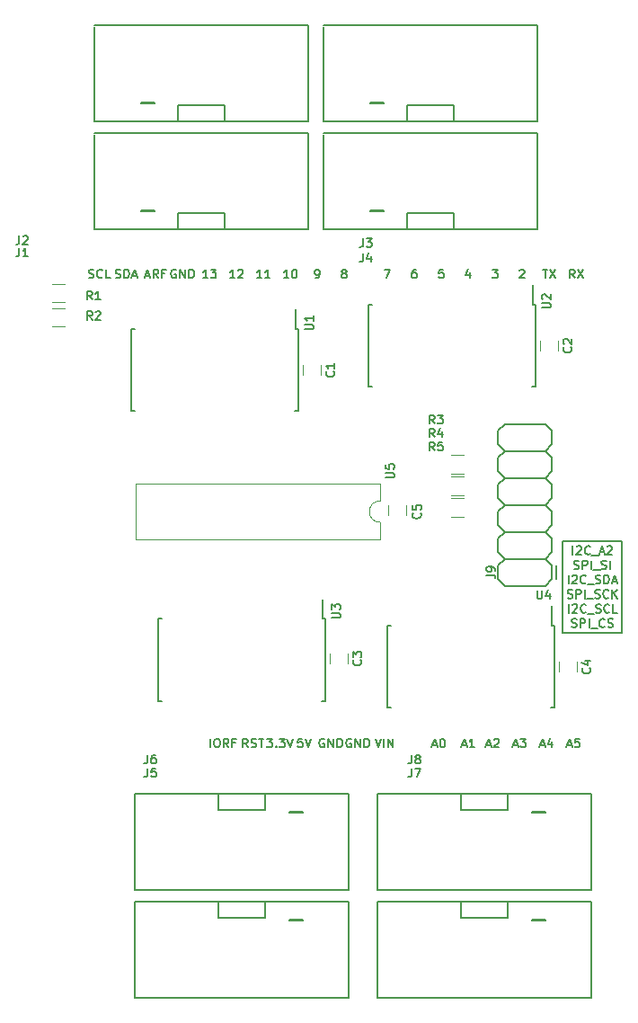
<source format=gto>
G04 #@! TF.FileFunction,Legend,Top*
%FSLAX46Y46*%
G04 Gerber Fmt 4.6, Leading zero omitted, Abs format (unit mm)*
G04 Created by KiCad (PCBNEW 4.0.7) date 04/09/18 16:23:24*
%MOMM*%
%LPD*%
G01*
G04 APERTURE LIST*
%ADD10C,0.100000*%
%ADD11C,0.200000*%
%ADD12C,0.152400*%
%ADD13C,0.120000*%
%ADD14C,0.203200*%
%ADD15C,0.150000*%
G04 APERTURE END LIST*
D10*
D11*
X157734000Y-124714000D02*
X152146000Y-124714000D01*
X157734000Y-133350000D02*
X157734000Y-124714000D01*
X152146000Y-133350000D02*
X157734000Y-133350000D01*
X152146000Y-124714000D02*
X152146000Y-133350000D01*
D12*
X153101524Y-125970695D02*
X153101524Y-125157895D01*
X153449867Y-125235305D02*
X153488572Y-125196600D01*
X153565981Y-125157895D01*
X153759505Y-125157895D01*
X153836915Y-125196600D01*
X153875619Y-125235305D01*
X153914324Y-125312714D01*
X153914324Y-125390124D01*
X153875619Y-125506238D01*
X153411162Y-125970695D01*
X153914324Y-125970695D01*
X154727124Y-125893286D02*
X154688419Y-125931990D01*
X154572305Y-125970695D01*
X154494895Y-125970695D01*
X154378781Y-125931990D01*
X154301372Y-125854581D01*
X154262667Y-125777171D01*
X154223962Y-125622352D01*
X154223962Y-125506238D01*
X154262667Y-125351419D01*
X154301372Y-125274010D01*
X154378781Y-125196600D01*
X154494895Y-125157895D01*
X154572305Y-125157895D01*
X154688419Y-125196600D01*
X154727124Y-125235305D01*
X154881943Y-126048105D02*
X155501219Y-126048105D01*
X155656038Y-125738467D02*
X156043086Y-125738467D01*
X155578629Y-125970695D02*
X155849562Y-125157895D01*
X156120495Y-125970695D01*
X156352724Y-125235305D02*
X156391429Y-125196600D01*
X156468838Y-125157895D01*
X156662362Y-125157895D01*
X156739772Y-125196600D01*
X156778476Y-125235305D01*
X156817181Y-125312714D01*
X156817181Y-125390124D01*
X156778476Y-125506238D01*
X156314019Y-125970695D01*
X156817181Y-125970695D01*
X153217638Y-127303590D02*
X153333752Y-127342295D01*
X153527276Y-127342295D01*
X153604686Y-127303590D01*
X153643390Y-127264886D01*
X153682095Y-127187476D01*
X153682095Y-127110067D01*
X153643390Y-127032657D01*
X153604686Y-126993952D01*
X153527276Y-126955248D01*
X153372457Y-126916543D01*
X153295048Y-126877838D01*
X153256343Y-126839133D01*
X153217638Y-126761724D01*
X153217638Y-126684314D01*
X153256343Y-126606905D01*
X153295048Y-126568200D01*
X153372457Y-126529495D01*
X153565981Y-126529495D01*
X153682095Y-126568200D01*
X154030438Y-127342295D02*
X154030438Y-126529495D01*
X154340076Y-126529495D01*
X154417485Y-126568200D01*
X154456190Y-126606905D01*
X154494895Y-126684314D01*
X154494895Y-126800429D01*
X154456190Y-126877838D01*
X154417485Y-126916543D01*
X154340076Y-126955248D01*
X154030438Y-126955248D01*
X154843238Y-127342295D02*
X154843238Y-126529495D01*
X155036762Y-127419705D02*
X155656038Y-127419705D01*
X155810857Y-127303590D02*
X155926971Y-127342295D01*
X156120495Y-127342295D01*
X156197905Y-127303590D01*
X156236609Y-127264886D01*
X156275314Y-127187476D01*
X156275314Y-127110067D01*
X156236609Y-127032657D01*
X156197905Y-126993952D01*
X156120495Y-126955248D01*
X155965676Y-126916543D01*
X155888267Y-126877838D01*
X155849562Y-126839133D01*
X155810857Y-126761724D01*
X155810857Y-126684314D01*
X155849562Y-126606905D01*
X155888267Y-126568200D01*
X155965676Y-126529495D01*
X156159200Y-126529495D01*
X156275314Y-126568200D01*
X156623657Y-127342295D02*
X156623657Y-126529495D01*
X152695124Y-128713895D02*
X152695124Y-127901095D01*
X153043467Y-127978505D02*
X153082172Y-127939800D01*
X153159581Y-127901095D01*
X153353105Y-127901095D01*
X153430515Y-127939800D01*
X153469219Y-127978505D01*
X153507924Y-128055914D01*
X153507924Y-128133324D01*
X153469219Y-128249438D01*
X153004762Y-128713895D01*
X153507924Y-128713895D01*
X154320724Y-128636486D02*
X154282019Y-128675190D01*
X154165905Y-128713895D01*
X154088495Y-128713895D01*
X153972381Y-128675190D01*
X153894972Y-128597781D01*
X153856267Y-128520371D01*
X153817562Y-128365552D01*
X153817562Y-128249438D01*
X153856267Y-128094619D01*
X153894972Y-128017210D01*
X153972381Y-127939800D01*
X154088495Y-127901095D01*
X154165905Y-127901095D01*
X154282019Y-127939800D01*
X154320724Y-127978505D01*
X154475543Y-128791305D02*
X155094819Y-128791305D01*
X155249638Y-128675190D02*
X155365752Y-128713895D01*
X155559276Y-128713895D01*
X155636686Y-128675190D01*
X155675390Y-128636486D01*
X155714095Y-128559076D01*
X155714095Y-128481667D01*
X155675390Y-128404257D01*
X155636686Y-128365552D01*
X155559276Y-128326848D01*
X155404457Y-128288143D01*
X155327048Y-128249438D01*
X155288343Y-128210733D01*
X155249638Y-128133324D01*
X155249638Y-128055914D01*
X155288343Y-127978505D01*
X155327048Y-127939800D01*
X155404457Y-127901095D01*
X155597981Y-127901095D01*
X155714095Y-127939800D01*
X156062438Y-128713895D02*
X156062438Y-127901095D01*
X156255962Y-127901095D01*
X156372076Y-127939800D01*
X156449485Y-128017210D01*
X156488190Y-128094619D01*
X156526895Y-128249438D01*
X156526895Y-128365552D01*
X156488190Y-128520371D01*
X156449485Y-128597781D01*
X156372076Y-128675190D01*
X156255962Y-128713895D01*
X156062438Y-128713895D01*
X156836533Y-128481667D02*
X157223581Y-128481667D01*
X156759124Y-128713895D02*
X157030057Y-127901095D01*
X157300990Y-128713895D01*
X152598362Y-130046790D02*
X152714476Y-130085495D01*
X152908000Y-130085495D01*
X152985410Y-130046790D01*
X153024114Y-130008086D01*
X153062819Y-129930676D01*
X153062819Y-129853267D01*
X153024114Y-129775857D01*
X152985410Y-129737152D01*
X152908000Y-129698448D01*
X152753181Y-129659743D01*
X152675772Y-129621038D01*
X152637067Y-129582333D01*
X152598362Y-129504924D01*
X152598362Y-129427514D01*
X152637067Y-129350105D01*
X152675772Y-129311400D01*
X152753181Y-129272695D01*
X152946705Y-129272695D01*
X153062819Y-129311400D01*
X153411162Y-130085495D02*
X153411162Y-129272695D01*
X153720800Y-129272695D01*
X153798209Y-129311400D01*
X153836914Y-129350105D01*
X153875619Y-129427514D01*
X153875619Y-129543629D01*
X153836914Y-129621038D01*
X153798209Y-129659743D01*
X153720800Y-129698448D01*
X153411162Y-129698448D01*
X154223962Y-130085495D02*
X154223962Y-129272695D01*
X154417486Y-130162905D02*
X155036762Y-130162905D01*
X155191581Y-130046790D02*
X155307695Y-130085495D01*
X155501219Y-130085495D01*
X155578629Y-130046790D01*
X155617333Y-130008086D01*
X155656038Y-129930676D01*
X155656038Y-129853267D01*
X155617333Y-129775857D01*
X155578629Y-129737152D01*
X155501219Y-129698448D01*
X155346400Y-129659743D01*
X155268991Y-129621038D01*
X155230286Y-129582333D01*
X155191581Y-129504924D01*
X155191581Y-129427514D01*
X155230286Y-129350105D01*
X155268991Y-129311400D01*
X155346400Y-129272695D01*
X155539924Y-129272695D01*
X155656038Y-129311400D01*
X156468838Y-130008086D02*
X156430133Y-130046790D01*
X156314019Y-130085495D01*
X156236609Y-130085495D01*
X156120495Y-130046790D01*
X156043086Y-129969381D01*
X156004381Y-129891971D01*
X155965676Y-129737152D01*
X155965676Y-129621038D01*
X156004381Y-129466219D01*
X156043086Y-129388810D01*
X156120495Y-129311400D01*
X156236609Y-129272695D01*
X156314019Y-129272695D01*
X156430133Y-129311400D01*
X156468838Y-129350105D01*
X156817181Y-130085495D02*
X156817181Y-129272695D01*
X157281638Y-130085495D02*
X156933295Y-129621038D01*
X157281638Y-129272695D02*
X156817181Y-129737152D01*
X152714477Y-131457095D02*
X152714477Y-130644295D01*
X153062820Y-130721705D02*
X153101525Y-130683000D01*
X153178934Y-130644295D01*
X153372458Y-130644295D01*
X153449868Y-130683000D01*
X153488572Y-130721705D01*
X153527277Y-130799114D01*
X153527277Y-130876524D01*
X153488572Y-130992638D01*
X153024115Y-131457095D01*
X153527277Y-131457095D01*
X154340077Y-131379686D02*
X154301372Y-131418390D01*
X154185258Y-131457095D01*
X154107848Y-131457095D01*
X153991734Y-131418390D01*
X153914325Y-131340981D01*
X153875620Y-131263571D01*
X153836915Y-131108752D01*
X153836915Y-130992638D01*
X153875620Y-130837819D01*
X153914325Y-130760410D01*
X153991734Y-130683000D01*
X154107848Y-130644295D01*
X154185258Y-130644295D01*
X154301372Y-130683000D01*
X154340077Y-130721705D01*
X154494896Y-131534505D02*
X155114172Y-131534505D01*
X155268991Y-131418390D02*
X155385105Y-131457095D01*
X155578629Y-131457095D01*
X155656039Y-131418390D01*
X155694743Y-131379686D01*
X155733448Y-131302276D01*
X155733448Y-131224867D01*
X155694743Y-131147457D01*
X155656039Y-131108752D01*
X155578629Y-131070048D01*
X155423810Y-131031343D01*
X155346401Y-130992638D01*
X155307696Y-130953933D01*
X155268991Y-130876524D01*
X155268991Y-130799114D01*
X155307696Y-130721705D01*
X155346401Y-130683000D01*
X155423810Y-130644295D01*
X155617334Y-130644295D01*
X155733448Y-130683000D01*
X156546248Y-131379686D02*
X156507543Y-131418390D01*
X156391429Y-131457095D01*
X156314019Y-131457095D01*
X156197905Y-131418390D01*
X156120496Y-131340981D01*
X156081791Y-131263571D01*
X156043086Y-131108752D01*
X156043086Y-130992638D01*
X156081791Y-130837819D01*
X156120496Y-130760410D01*
X156197905Y-130683000D01*
X156314019Y-130644295D01*
X156391429Y-130644295D01*
X156507543Y-130683000D01*
X156546248Y-130721705D01*
X157281638Y-131457095D02*
X156894591Y-131457095D01*
X156894591Y-130644295D01*
X153004762Y-132789990D02*
X153120876Y-132828695D01*
X153314400Y-132828695D01*
X153391810Y-132789990D01*
X153430514Y-132751286D01*
X153469219Y-132673876D01*
X153469219Y-132596467D01*
X153430514Y-132519057D01*
X153391810Y-132480352D01*
X153314400Y-132441648D01*
X153159581Y-132402943D01*
X153082172Y-132364238D01*
X153043467Y-132325533D01*
X153004762Y-132248124D01*
X153004762Y-132170714D01*
X153043467Y-132093305D01*
X153082172Y-132054600D01*
X153159581Y-132015895D01*
X153353105Y-132015895D01*
X153469219Y-132054600D01*
X153817562Y-132828695D02*
X153817562Y-132015895D01*
X154127200Y-132015895D01*
X154204609Y-132054600D01*
X154243314Y-132093305D01*
X154282019Y-132170714D01*
X154282019Y-132286829D01*
X154243314Y-132364238D01*
X154204609Y-132402943D01*
X154127200Y-132441648D01*
X153817562Y-132441648D01*
X154630362Y-132828695D02*
X154630362Y-132015895D01*
X154823886Y-132906105D02*
X155443162Y-132906105D01*
X156101143Y-132751286D02*
X156062438Y-132789990D01*
X155946324Y-132828695D01*
X155868914Y-132828695D01*
X155752800Y-132789990D01*
X155675391Y-132712581D01*
X155636686Y-132635171D01*
X155597981Y-132480352D01*
X155597981Y-132364238D01*
X155636686Y-132209419D01*
X155675391Y-132132010D01*
X155752800Y-132054600D01*
X155868914Y-132015895D01*
X155946324Y-132015895D01*
X156062438Y-132054600D01*
X156101143Y-132093305D01*
X156410781Y-132789990D02*
X156526895Y-132828695D01*
X156720419Y-132828695D01*
X156797829Y-132789990D01*
X156836533Y-132751286D01*
X156875238Y-132673876D01*
X156875238Y-132596467D01*
X156836533Y-132519057D01*
X156797829Y-132480352D01*
X156720419Y-132441648D01*
X156565600Y-132402943D01*
X156488191Y-132364238D01*
X156449486Y-132325533D01*
X156410781Y-132248124D01*
X156410781Y-132170714D01*
X156449486Y-132093305D01*
X156488191Y-132054600D01*
X156565600Y-132015895D01*
X156759124Y-132015895D01*
X156875238Y-132054600D01*
D13*
X141640000Y-120659000D02*
X142840000Y-120659000D01*
X142840000Y-122419000D02*
X141640000Y-122419000D01*
X151726000Y-106799000D02*
X151726000Y-105799000D01*
X150026000Y-105799000D02*
X150026000Y-106799000D01*
X129374000Y-109085000D02*
X129374000Y-108085000D01*
X127674000Y-108085000D02*
X127674000Y-109085000D01*
X131914000Y-136263000D02*
X131914000Y-135263000D01*
X130214000Y-135263000D02*
X130214000Y-136263000D01*
X153504000Y-137025000D02*
X153504000Y-136025000D01*
X151804000Y-136025000D02*
X151804000Y-137025000D01*
X135675000Y-121293000D02*
X135675000Y-122293000D01*
X137375000Y-122293000D02*
X137375000Y-121293000D01*
D14*
X112395000Y-93578680D02*
X113665000Y-93578680D01*
X108010960Y-86306660D02*
X128209040Y-86306660D01*
X128209040Y-95303340D02*
X120309640Y-95303340D01*
X120309640Y-95303340D02*
X115910360Y-95303340D01*
X115910360Y-95303340D02*
X108010960Y-95303340D01*
X108010960Y-95303340D02*
X108010960Y-86405720D01*
X128209040Y-86306660D02*
X128209040Y-95303340D01*
X115910360Y-95303340D02*
X115910360Y-93804740D01*
X115910360Y-93804740D02*
X120309640Y-93804740D01*
X120309640Y-93804740D02*
X120309640Y-95303340D01*
X112395000Y-93616780D02*
X113665000Y-93616780D01*
X112395000Y-83418680D02*
X113665000Y-83418680D01*
X108010960Y-76146660D02*
X128209040Y-76146660D01*
X128209040Y-85143340D02*
X120309640Y-85143340D01*
X120309640Y-85143340D02*
X115910360Y-85143340D01*
X115910360Y-85143340D02*
X108010960Y-85143340D01*
X108010960Y-85143340D02*
X108010960Y-76245720D01*
X128209040Y-76146660D02*
X128209040Y-85143340D01*
X115910360Y-85143340D02*
X115910360Y-83644740D01*
X115910360Y-83644740D02*
X120309640Y-83644740D01*
X120309640Y-83644740D02*
X120309640Y-85143340D01*
X112395000Y-83456780D02*
X113665000Y-83456780D01*
X133985000Y-83418680D02*
X135255000Y-83418680D01*
X129600960Y-76146660D02*
X149799040Y-76146660D01*
X149799040Y-85143340D02*
X141899640Y-85143340D01*
X141899640Y-85143340D02*
X137500360Y-85143340D01*
X137500360Y-85143340D02*
X129600960Y-85143340D01*
X129600960Y-85143340D02*
X129600960Y-76245720D01*
X149799040Y-76146660D02*
X149799040Y-85143340D01*
X137500360Y-85143340D02*
X137500360Y-83644740D01*
X137500360Y-83644740D02*
X141899640Y-83644740D01*
X141899640Y-83644740D02*
X141899640Y-85143340D01*
X133985000Y-83456780D02*
X135255000Y-83456780D01*
X133985000Y-93578680D02*
X135255000Y-93578680D01*
X129600960Y-86306660D02*
X149799040Y-86306660D01*
X149799040Y-95303340D02*
X141899640Y-95303340D01*
X141899640Y-95303340D02*
X137500360Y-95303340D01*
X137500360Y-95303340D02*
X129600960Y-95303340D01*
X129600960Y-95303340D02*
X129600960Y-86405720D01*
X149799040Y-86306660D02*
X149799040Y-95303340D01*
X137500360Y-95303340D02*
X137500360Y-93804740D01*
X137500360Y-93804740D02*
X141899640Y-93804740D01*
X141899640Y-93804740D02*
X141899640Y-95303340D01*
X133985000Y-93616780D02*
X135255000Y-93616780D01*
X127635000Y-160421320D02*
X126365000Y-160421320D01*
X132019040Y-167693340D02*
X111820960Y-167693340D01*
X111820960Y-158696660D02*
X119720360Y-158696660D01*
X119720360Y-158696660D02*
X124119640Y-158696660D01*
X124119640Y-158696660D02*
X132019040Y-158696660D01*
X132019040Y-158696660D02*
X132019040Y-167594280D01*
X111820960Y-167693340D02*
X111820960Y-158696660D01*
X124119640Y-158696660D02*
X124119640Y-160195260D01*
X124119640Y-160195260D02*
X119720360Y-160195260D01*
X119720360Y-160195260D02*
X119720360Y-158696660D01*
X127635000Y-160383220D02*
X126365000Y-160383220D01*
X127635000Y-150261320D02*
X126365000Y-150261320D01*
X132019040Y-157533340D02*
X111820960Y-157533340D01*
X111820960Y-148536660D02*
X119720360Y-148536660D01*
X119720360Y-148536660D02*
X124119640Y-148536660D01*
X124119640Y-148536660D02*
X132019040Y-148536660D01*
X132019040Y-148536660D02*
X132019040Y-157434280D01*
X111820960Y-157533340D02*
X111820960Y-148536660D01*
X124119640Y-148536660D02*
X124119640Y-150035260D01*
X124119640Y-150035260D02*
X119720360Y-150035260D01*
X119720360Y-150035260D02*
X119720360Y-148536660D01*
X127635000Y-150223220D02*
X126365000Y-150223220D01*
X150495000Y-160421320D02*
X149225000Y-160421320D01*
X154879040Y-167693340D02*
X134680960Y-167693340D01*
X134680960Y-158696660D02*
X142580360Y-158696660D01*
X142580360Y-158696660D02*
X146979640Y-158696660D01*
X146979640Y-158696660D02*
X154879040Y-158696660D01*
X154879040Y-158696660D02*
X154879040Y-167594280D01*
X134680960Y-167693340D02*
X134680960Y-158696660D01*
X146979640Y-158696660D02*
X146979640Y-160195260D01*
X146979640Y-160195260D02*
X142580360Y-160195260D01*
X142580360Y-160195260D02*
X142580360Y-158696660D01*
X150495000Y-160383220D02*
X149225000Y-160383220D01*
X150495000Y-150261320D02*
X149225000Y-150261320D01*
X154879040Y-157533340D02*
X134680960Y-157533340D01*
X134680960Y-148536660D02*
X142580360Y-148536660D01*
X142580360Y-148536660D02*
X146979640Y-148536660D01*
X146979640Y-148536660D02*
X154879040Y-148536660D01*
X154879040Y-148536660D02*
X154879040Y-157434280D01*
X134680960Y-157533340D02*
X134680960Y-148536660D01*
X146979640Y-148536660D02*
X146979640Y-150035260D01*
X146979640Y-150035260D02*
X142580360Y-150035260D01*
X142580360Y-150035260D02*
X142580360Y-148536660D01*
X150495000Y-150223220D02*
X149225000Y-150223220D01*
X150495000Y-128905000D02*
X151130000Y-128270000D01*
X151130000Y-127000000D02*
X150495000Y-126365000D01*
X150495000Y-126365000D02*
X151130000Y-125730000D01*
X151130000Y-124460000D02*
X150495000Y-123825000D01*
X150495000Y-123825000D02*
X151130000Y-123190000D01*
X151130000Y-121920000D02*
X150495000Y-121285000D01*
X150495000Y-121285000D02*
X151130000Y-120650000D01*
X151130000Y-119380000D02*
X150495000Y-118745000D01*
X150495000Y-118745000D02*
X151130000Y-118110000D01*
X151130000Y-116840000D02*
X150495000Y-116205000D01*
X150495000Y-116205000D02*
X151130000Y-115570000D01*
X151130000Y-114300000D02*
X150495000Y-113665000D01*
X150495000Y-128905000D02*
X146685000Y-128905000D01*
X146685000Y-128905000D02*
X146050000Y-128270000D01*
X146050000Y-128270000D02*
X146050000Y-127000000D01*
X146050000Y-127000000D02*
X146685000Y-126365000D01*
X146685000Y-126365000D02*
X146050000Y-125730000D01*
X146050000Y-125730000D02*
X146050000Y-124460000D01*
X146050000Y-124460000D02*
X146685000Y-123825000D01*
X146685000Y-123825000D02*
X146050000Y-123190000D01*
X146050000Y-123190000D02*
X146050000Y-121920000D01*
X146050000Y-121920000D02*
X146685000Y-121285000D01*
X146685000Y-121285000D02*
X146050000Y-120650000D01*
X146050000Y-120650000D02*
X146050000Y-119380000D01*
X146050000Y-119380000D02*
X146685000Y-118745000D01*
X146685000Y-118745000D02*
X146050000Y-118110000D01*
X146050000Y-118110000D02*
X146050000Y-116840000D01*
X146050000Y-116840000D02*
X146685000Y-116205000D01*
X146685000Y-116205000D02*
X146050000Y-115570000D01*
X146050000Y-115570000D02*
X146050000Y-114300000D01*
X146050000Y-114300000D02*
X146685000Y-113665000D01*
X146685000Y-126365000D02*
X150495000Y-126365000D01*
X146685000Y-123825000D02*
X150495000Y-123825000D01*
X146685000Y-121285000D02*
X150495000Y-121285000D01*
X146685000Y-118745000D02*
X150495000Y-118745000D01*
X146685000Y-116205000D02*
X150495000Y-116205000D01*
X146685000Y-113665000D02*
X150495000Y-113665000D01*
X151130000Y-115570000D02*
X151130000Y-114300000D01*
X151130000Y-118110000D02*
X151130000Y-116840000D01*
X151130000Y-120650000D02*
X151130000Y-119380000D01*
X151130000Y-123190000D02*
X151130000Y-121920000D01*
X151130000Y-125730000D02*
X151130000Y-124460000D01*
X151130000Y-128270000D02*
X151130000Y-127000000D01*
X151511000Y-128270000D02*
X151511000Y-127000000D01*
X151511000Y-127000000D02*
X151511000Y-128270000D01*
X150495000Y-128905000D02*
X151130000Y-128270000D01*
X150495000Y-128905000D02*
X146685000Y-128905000D01*
X146685000Y-128905000D02*
X146050000Y-128270000D01*
X150495000Y-128905000D02*
X151130000Y-128270000D01*
X150495000Y-128905000D02*
X146685000Y-128905000D01*
X146685000Y-128905000D02*
X146050000Y-128270000D01*
D13*
X105248000Y-102226000D02*
X104048000Y-102226000D01*
X104048000Y-100466000D02*
X105248000Y-100466000D01*
X105248000Y-104512000D02*
X104048000Y-104512000D01*
X104048000Y-102752000D02*
X105248000Y-102752000D01*
X141640000Y-116595000D02*
X142840000Y-116595000D01*
X142840000Y-118355000D02*
X141640000Y-118355000D01*
X141640000Y-118627000D02*
X142840000Y-118627000D01*
X142840000Y-120387000D02*
X141640000Y-120387000D01*
D15*
X127255000Y-104710000D02*
X126980000Y-104710000D01*
X127255000Y-112460000D02*
X126890000Y-112460000D01*
X111505000Y-112460000D02*
X111870000Y-112460000D01*
X111505000Y-104710000D02*
X111870000Y-104710000D01*
X127255000Y-104710000D02*
X127255000Y-112460000D01*
X111505000Y-104710000D02*
X111505000Y-112460000D01*
X126980000Y-104710000D02*
X126980000Y-102885000D01*
X149607000Y-102424000D02*
X149332000Y-102424000D01*
X149607000Y-110174000D02*
X149242000Y-110174000D01*
X133857000Y-110174000D02*
X134222000Y-110174000D01*
X133857000Y-102424000D02*
X134222000Y-102424000D01*
X149607000Y-102424000D02*
X149607000Y-110174000D01*
X133857000Y-102424000D02*
X133857000Y-110174000D01*
X149332000Y-102424000D02*
X149332000Y-100599000D01*
X129795000Y-132015000D02*
X129520000Y-132015000D01*
X129795000Y-139765000D02*
X129430000Y-139765000D01*
X114045000Y-139765000D02*
X114410000Y-139765000D01*
X114045000Y-132015000D02*
X114410000Y-132015000D01*
X129795000Y-132015000D02*
X129795000Y-139765000D01*
X114045000Y-132015000D02*
X114045000Y-139765000D01*
X129520000Y-132015000D02*
X129520000Y-130190000D01*
X151385000Y-132650000D02*
X151110000Y-132650000D01*
X151385000Y-140400000D02*
X151020000Y-140400000D01*
X135635000Y-140400000D02*
X136000000Y-140400000D01*
X135635000Y-132650000D02*
X136000000Y-132650000D01*
X151385000Y-132650000D02*
X151385000Y-140400000D01*
X135635000Y-132650000D02*
X135635000Y-140400000D01*
X151110000Y-132650000D02*
X151110000Y-130825000D01*
D13*
X134934000Y-122920000D02*
G75*
G02X134934000Y-120920000I0J1000000D01*
G01*
X134934000Y-120920000D02*
X134934000Y-119270000D01*
X134934000Y-119270000D02*
X111954000Y-119270000D01*
X111954000Y-119270000D02*
X111954000Y-124570000D01*
X111954000Y-124570000D02*
X134934000Y-124570000D01*
X134934000Y-124570000D02*
X134934000Y-122920000D01*
D12*
X140072534Y-116191695D02*
X139801601Y-115804648D01*
X139608077Y-116191695D02*
X139608077Y-115378895D01*
X139917715Y-115378895D01*
X139995124Y-115417600D01*
X140033829Y-115456305D01*
X140072534Y-115533714D01*
X140072534Y-115649829D01*
X140033829Y-115727238D01*
X139995124Y-115765943D01*
X139917715Y-115804648D01*
X139608077Y-115804648D01*
X140807924Y-115378895D02*
X140420877Y-115378895D01*
X140382172Y-115765943D01*
X140420877Y-115727238D01*
X140498286Y-115688533D01*
X140691810Y-115688533D01*
X140769220Y-115727238D01*
X140807924Y-115765943D01*
X140846629Y-115843352D01*
X140846629Y-116036876D01*
X140807924Y-116114286D01*
X140769220Y-116152990D01*
X140691810Y-116191695D01*
X140498286Y-116191695D01*
X140420877Y-116152990D01*
X140382172Y-116114286D01*
X152916286Y-106434466D02*
X152954990Y-106473171D01*
X152993695Y-106589285D01*
X152993695Y-106666695D01*
X152954990Y-106782809D01*
X152877581Y-106860218D01*
X152800171Y-106898923D01*
X152645352Y-106937628D01*
X152529238Y-106937628D01*
X152374419Y-106898923D01*
X152297010Y-106860218D01*
X152219600Y-106782809D01*
X152180895Y-106666695D01*
X152180895Y-106589285D01*
X152219600Y-106473171D01*
X152258305Y-106434466D01*
X152258305Y-106124828D02*
X152219600Y-106086123D01*
X152180895Y-106008714D01*
X152180895Y-105815190D01*
X152219600Y-105737780D01*
X152258305Y-105699076D01*
X152335714Y-105660371D01*
X152413124Y-105660371D01*
X152529238Y-105699076D01*
X152993695Y-106163533D01*
X152993695Y-105660371D01*
X130564286Y-108720466D02*
X130602990Y-108759171D01*
X130641695Y-108875285D01*
X130641695Y-108952695D01*
X130602990Y-109068809D01*
X130525581Y-109146218D01*
X130448171Y-109184923D01*
X130293352Y-109223628D01*
X130177238Y-109223628D01*
X130022419Y-109184923D01*
X129945010Y-109146218D01*
X129867600Y-109068809D01*
X129828895Y-108952695D01*
X129828895Y-108875285D01*
X129867600Y-108759171D01*
X129906305Y-108720466D01*
X130641695Y-107946371D02*
X130641695Y-108410828D01*
X130641695Y-108178599D02*
X129828895Y-108178599D01*
X129945010Y-108256009D01*
X130022419Y-108333418D01*
X130061124Y-108410828D01*
X133104286Y-135898466D02*
X133142990Y-135937171D01*
X133181695Y-136053285D01*
X133181695Y-136130695D01*
X133142990Y-136246809D01*
X133065581Y-136324218D01*
X132988171Y-136362923D01*
X132833352Y-136401628D01*
X132717238Y-136401628D01*
X132562419Y-136362923D01*
X132485010Y-136324218D01*
X132407600Y-136246809D01*
X132368895Y-136130695D01*
X132368895Y-136053285D01*
X132407600Y-135937171D01*
X132446305Y-135898466D01*
X132368895Y-135627533D02*
X132368895Y-135124371D01*
X132678533Y-135395304D01*
X132678533Y-135279190D01*
X132717238Y-135201780D01*
X132755943Y-135163076D01*
X132833352Y-135124371D01*
X133026876Y-135124371D01*
X133104286Y-135163076D01*
X133142990Y-135201780D01*
X133181695Y-135279190D01*
X133181695Y-135511418D01*
X133142990Y-135588828D01*
X133104286Y-135627533D01*
X154694286Y-136660466D02*
X154732990Y-136699171D01*
X154771695Y-136815285D01*
X154771695Y-136892695D01*
X154732990Y-137008809D01*
X154655581Y-137086218D01*
X154578171Y-137124923D01*
X154423352Y-137163628D01*
X154307238Y-137163628D01*
X154152419Y-137124923D01*
X154075010Y-137086218D01*
X153997600Y-137008809D01*
X153958895Y-136892695D01*
X153958895Y-136815285D01*
X153997600Y-136699171D01*
X154036305Y-136660466D01*
X154229829Y-135963780D02*
X154771695Y-135963780D01*
X153920190Y-136157304D02*
X154500762Y-136350828D01*
X154500762Y-135847666D01*
X138720286Y-122055466D02*
X138758990Y-122094171D01*
X138797695Y-122210285D01*
X138797695Y-122287695D01*
X138758990Y-122403809D01*
X138681581Y-122481218D01*
X138604171Y-122519923D01*
X138449352Y-122558628D01*
X138333238Y-122558628D01*
X138178419Y-122519923D01*
X138101010Y-122481218D01*
X138023600Y-122403809D01*
X137984895Y-122287695D01*
X137984895Y-122210285D01*
X138023600Y-122094171D01*
X138062305Y-122055466D01*
X137984895Y-121320076D02*
X137984895Y-121707123D01*
X138371943Y-121745828D01*
X138333238Y-121707123D01*
X138294533Y-121629714D01*
X138294533Y-121436190D01*
X138333238Y-121358780D01*
X138371943Y-121320076D01*
X138449352Y-121281371D01*
X138642876Y-121281371D01*
X138720286Y-121320076D01*
X138758990Y-121358780D01*
X138797695Y-121436190D01*
X138797695Y-121629714D01*
X138758990Y-121707123D01*
X138720286Y-121745828D01*
X100948067Y-97090895D02*
X100948067Y-97671467D01*
X100909363Y-97787581D01*
X100831953Y-97864990D01*
X100715839Y-97903695D01*
X100638429Y-97903695D01*
X101760867Y-97903695D02*
X101296410Y-97903695D01*
X101528639Y-97903695D02*
X101528639Y-97090895D01*
X101451229Y-97207010D01*
X101373820Y-97284419D01*
X101296410Y-97323124D01*
X100948067Y-95947895D02*
X100948067Y-96528467D01*
X100909363Y-96644581D01*
X100831953Y-96721990D01*
X100715839Y-96760695D01*
X100638429Y-96760695D01*
X101296410Y-96025305D02*
X101335115Y-95986600D01*
X101412524Y-95947895D01*
X101606048Y-95947895D01*
X101683458Y-95986600D01*
X101722162Y-96025305D01*
X101760867Y-96102714D01*
X101760867Y-96180124D01*
X101722162Y-96296238D01*
X101257705Y-96760695D01*
X101760867Y-96760695D01*
X133333067Y-96201895D02*
X133333067Y-96782467D01*
X133294363Y-96898581D01*
X133216953Y-96975990D01*
X133100839Y-97014695D01*
X133023429Y-97014695D01*
X133642705Y-96201895D02*
X134145867Y-96201895D01*
X133874934Y-96511533D01*
X133991048Y-96511533D01*
X134068458Y-96550238D01*
X134107162Y-96588943D01*
X134145867Y-96666352D01*
X134145867Y-96859876D01*
X134107162Y-96937286D01*
X134068458Y-96975990D01*
X133991048Y-97014695D01*
X133758820Y-97014695D01*
X133681410Y-96975990D01*
X133642705Y-96937286D01*
X133333067Y-97598895D02*
X133333067Y-98179467D01*
X133294363Y-98295581D01*
X133216953Y-98372990D01*
X133100839Y-98411695D01*
X133023429Y-98411695D01*
X134068458Y-97869829D02*
X134068458Y-98411695D01*
X133874934Y-97560190D02*
X133681410Y-98140762D01*
X134184572Y-98140762D01*
X113013067Y-146112895D02*
X113013067Y-146693467D01*
X112974363Y-146809581D01*
X112896953Y-146886990D01*
X112780839Y-146925695D01*
X112703429Y-146925695D01*
X113787162Y-146112895D02*
X113400115Y-146112895D01*
X113361410Y-146499943D01*
X113400115Y-146461238D01*
X113477524Y-146422533D01*
X113671048Y-146422533D01*
X113748458Y-146461238D01*
X113787162Y-146499943D01*
X113825867Y-146577352D01*
X113825867Y-146770876D01*
X113787162Y-146848286D01*
X113748458Y-146886990D01*
X113671048Y-146925695D01*
X113477524Y-146925695D01*
X113400115Y-146886990D01*
X113361410Y-146848286D01*
X113013067Y-144842895D02*
X113013067Y-145423467D01*
X112974363Y-145539581D01*
X112896953Y-145616990D01*
X112780839Y-145655695D01*
X112703429Y-145655695D01*
X113748458Y-144842895D02*
X113593639Y-144842895D01*
X113516229Y-144881600D01*
X113477524Y-144920305D01*
X113400115Y-145036419D01*
X113361410Y-145191238D01*
X113361410Y-145500876D01*
X113400115Y-145578286D01*
X113438820Y-145616990D01*
X113516229Y-145655695D01*
X113671048Y-145655695D01*
X113748458Y-145616990D01*
X113787162Y-145578286D01*
X113825867Y-145500876D01*
X113825867Y-145307352D01*
X113787162Y-145229943D01*
X113748458Y-145191238D01*
X113671048Y-145152533D01*
X113516229Y-145152533D01*
X113438820Y-145191238D01*
X113400115Y-145229943D01*
X113361410Y-145307352D01*
X137905067Y-146112895D02*
X137905067Y-146693467D01*
X137866363Y-146809581D01*
X137788953Y-146886990D01*
X137672839Y-146925695D01*
X137595429Y-146925695D01*
X138214705Y-146112895D02*
X138756572Y-146112895D01*
X138408229Y-146925695D01*
X137905067Y-144842895D02*
X137905067Y-145423467D01*
X137866363Y-145539581D01*
X137788953Y-145616990D01*
X137672839Y-145655695D01*
X137595429Y-145655695D01*
X138408229Y-145191238D02*
X138330820Y-145152533D01*
X138292115Y-145113829D01*
X138253410Y-145036419D01*
X138253410Y-144997714D01*
X138292115Y-144920305D01*
X138330820Y-144881600D01*
X138408229Y-144842895D01*
X138563048Y-144842895D01*
X138640458Y-144881600D01*
X138679162Y-144920305D01*
X138717867Y-144997714D01*
X138717867Y-145036419D01*
X138679162Y-145113829D01*
X138640458Y-145152533D01*
X138563048Y-145191238D01*
X138408229Y-145191238D01*
X138330820Y-145229943D01*
X138292115Y-145268648D01*
X138253410Y-145346057D01*
X138253410Y-145500876D01*
X138292115Y-145578286D01*
X138330820Y-145616990D01*
X138408229Y-145655695D01*
X138563048Y-145655695D01*
X138640458Y-145616990D01*
X138679162Y-145578286D01*
X138717867Y-145500876D01*
X138717867Y-145346057D01*
X138679162Y-145268648D01*
X138640458Y-145229943D01*
X138563048Y-145191238D01*
X144969895Y-127905933D02*
X145550467Y-127905933D01*
X145666581Y-127944637D01*
X145743990Y-128022047D01*
X145782695Y-128138161D01*
X145782695Y-128215571D01*
X145782695Y-127480180D02*
X145782695Y-127325361D01*
X145743990Y-127247952D01*
X145705286Y-127209247D01*
X145589171Y-127131838D01*
X145434352Y-127093133D01*
X145124714Y-127093133D01*
X145047305Y-127131838D01*
X145008600Y-127170542D01*
X144969895Y-127247952D01*
X144969895Y-127402771D01*
X145008600Y-127480180D01*
X145047305Y-127518885D01*
X145124714Y-127557590D01*
X145318238Y-127557590D01*
X145395648Y-127518885D01*
X145434352Y-127480180D01*
X145473057Y-127402771D01*
X145473057Y-127247952D01*
X145434352Y-127170542D01*
X145395648Y-127131838D01*
X145318238Y-127093133D01*
X107814534Y-101967695D02*
X107543601Y-101580648D01*
X107350077Y-101967695D02*
X107350077Y-101154895D01*
X107659715Y-101154895D01*
X107737124Y-101193600D01*
X107775829Y-101232305D01*
X107814534Y-101309714D01*
X107814534Y-101425829D01*
X107775829Y-101503238D01*
X107737124Y-101541943D01*
X107659715Y-101580648D01*
X107350077Y-101580648D01*
X108588629Y-101967695D02*
X108124172Y-101967695D01*
X108356401Y-101967695D02*
X108356401Y-101154895D01*
X108278991Y-101271010D01*
X108201582Y-101348419D01*
X108124172Y-101387124D01*
X107814534Y-103872695D02*
X107543601Y-103485648D01*
X107350077Y-103872695D02*
X107350077Y-103059895D01*
X107659715Y-103059895D01*
X107737124Y-103098600D01*
X107775829Y-103137305D01*
X107814534Y-103214714D01*
X107814534Y-103330829D01*
X107775829Y-103408238D01*
X107737124Y-103446943D01*
X107659715Y-103485648D01*
X107350077Y-103485648D01*
X108124172Y-103137305D02*
X108162877Y-103098600D01*
X108240286Y-103059895D01*
X108433810Y-103059895D01*
X108511220Y-103098600D01*
X108549924Y-103137305D01*
X108588629Y-103214714D01*
X108588629Y-103292124D01*
X108549924Y-103408238D01*
X108085467Y-103872695D01*
X108588629Y-103872695D01*
X140072534Y-113651695D02*
X139801601Y-113264648D01*
X139608077Y-113651695D02*
X139608077Y-112838895D01*
X139917715Y-112838895D01*
X139995124Y-112877600D01*
X140033829Y-112916305D01*
X140072534Y-112993714D01*
X140072534Y-113109829D01*
X140033829Y-113187238D01*
X139995124Y-113225943D01*
X139917715Y-113264648D01*
X139608077Y-113264648D01*
X140343467Y-112838895D02*
X140846629Y-112838895D01*
X140575696Y-113148533D01*
X140691810Y-113148533D01*
X140769220Y-113187238D01*
X140807924Y-113225943D01*
X140846629Y-113303352D01*
X140846629Y-113496876D01*
X140807924Y-113574286D01*
X140769220Y-113612990D01*
X140691810Y-113651695D01*
X140459582Y-113651695D01*
X140382172Y-113612990D01*
X140343467Y-113574286D01*
X140072534Y-114921695D02*
X139801601Y-114534648D01*
X139608077Y-114921695D02*
X139608077Y-114108895D01*
X139917715Y-114108895D01*
X139995124Y-114147600D01*
X140033829Y-114186305D01*
X140072534Y-114263714D01*
X140072534Y-114379829D01*
X140033829Y-114457238D01*
X139995124Y-114495943D01*
X139917715Y-114534648D01*
X139608077Y-114534648D01*
X140769220Y-114379829D02*
X140769220Y-114921695D01*
X140575696Y-114070190D02*
X140382172Y-114650762D01*
X140885334Y-114650762D01*
X127824895Y-104759276D02*
X128482876Y-104759276D01*
X128560286Y-104720571D01*
X128598990Y-104681867D01*
X128637695Y-104604457D01*
X128637695Y-104449638D01*
X128598990Y-104372229D01*
X128560286Y-104333524D01*
X128482876Y-104294819D01*
X127824895Y-104294819D01*
X128637695Y-103482019D02*
X128637695Y-103946476D01*
X128637695Y-103714247D02*
X127824895Y-103714247D01*
X127941010Y-103791657D01*
X128018419Y-103869066D01*
X128057124Y-103946476D01*
X150176895Y-102727276D02*
X150834876Y-102727276D01*
X150912286Y-102688571D01*
X150950990Y-102649867D01*
X150989695Y-102572457D01*
X150989695Y-102417638D01*
X150950990Y-102340229D01*
X150912286Y-102301524D01*
X150834876Y-102262819D01*
X150176895Y-102262819D01*
X150254305Y-101914476D02*
X150215600Y-101875771D01*
X150176895Y-101798362D01*
X150176895Y-101604838D01*
X150215600Y-101527428D01*
X150254305Y-101488724D01*
X150331714Y-101450019D01*
X150409124Y-101450019D01*
X150525238Y-101488724D01*
X150989695Y-101953181D01*
X150989695Y-101450019D01*
X130364895Y-131937276D02*
X131022876Y-131937276D01*
X131100286Y-131898571D01*
X131138990Y-131859867D01*
X131177695Y-131782457D01*
X131177695Y-131627638D01*
X131138990Y-131550229D01*
X131100286Y-131511524D01*
X131022876Y-131472819D01*
X130364895Y-131472819D01*
X130364895Y-131163181D02*
X130364895Y-130660019D01*
X130674533Y-130930952D01*
X130674533Y-130814838D01*
X130713238Y-130737428D01*
X130751943Y-130698724D01*
X130829352Y-130660019D01*
X131022876Y-130660019D01*
X131100286Y-130698724D01*
X131138990Y-130737428D01*
X131177695Y-130814838D01*
X131177695Y-131047066D01*
X131138990Y-131124476D01*
X131100286Y-131163181D01*
X149748724Y-129348895D02*
X149748724Y-130006876D01*
X149787429Y-130084286D01*
X149826133Y-130122990D01*
X149903543Y-130161695D01*
X150058362Y-130161695D01*
X150135771Y-130122990D01*
X150174476Y-130084286D01*
X150213181Y-130006876D01*
X150213181Y-129348895D01*
X150948572Y-129619829D02*
X150948572Y-130161695D01*
X150755048Y-129310190D02*
X150561524Y-129890762D01*
X151064686Y-129890762D01*
X135444895Y-118729276D02*
X136102876Y-118729276D01*
X136180286Y-118690571D01*
X136218990Y-118651867D01*
X136257695Y-118574457D01*
X136257695Y-118419638D01*
X136218990Y-118342229D01*
X136180286Y-118303524D01*
X136102876Y-118264819D01*
X135444895Y-118264819D01*
X135444895Y-117490724D02*
X135444895Y-117877771D01*
X135831943Y-117916476D01*
X135793238Y-117877771D01*
X135754533Y-117800362D01*
X135754533Y-117606838D01*
X135793238Y-117529428D01*
X135831943Y-117490724D01*
X135909352Y-117452019D01*
X136102876Y-117452019D01*
X136180286Y-117490724D01*
X136218990Y-117529428D01*
X136257695Y-117606838D01*
X136257695Y-117800362D01*
X136218990Y-117877771D01*
X136180286Y-117916476D01*
X107490381Y-99896990D02*
X107606495Y-99935695D01*
X107800019Y-99935695D01*
X107877429Y-99896990D01*
X107916133Y-99858286D01*
X107954838Y-99780876D01*
X107954838Y-99703467D01*
X107916133Y-99626057D01*
X107877429Y-99587352D01*
X107800019Y-99548648D01*
X107645200Y-99509943D01*
X107567791Y-99471238D01*
X107529086Y-99432533D01*
X107490381Y-99355124D01*
X107490381Y-99277714D01*
X107529086Y-99200305D01*
X107567791Y-99161600D01*
X107645200Y-99122895D01*
X107838724Y-99122895D01*
X107954838Y-99161600D01*
X108767638Y-99858286D02*
X108728933Y-99896990D01*
X108612819Y-99935695D01*
X108535409Y-99935695D01*
X108419295Y-99896990D01*
X108341886Y-99819581D01*
X108303181Y-99742171D01*
X108264476Y-99587352D01*
X108264476Y-99471238D01*
X108303181Y-99316419D01*
X108341886Y-99239010D01*
X108419295Y-99161600D01*
X108535409Y-99122895D01*
X108612819Y-99122895D01*
X108728933Y-99161600D01*
X108767638Y-99200305D01*
X109503028Y-99935695D02*
X109115981Y-99935695D01*
X109115981Y-99122895D01*
X110011029Y-99896990D02*
X110127143Y-99935695D01*
X110320667Y-99935695D01*
X110398077Y-99896990D01*
X110436781Y-99858286D01*
X110475486Y-99780876D01*
X110475486Y-99703467D01*
X110436781Y-99626057D01*
X110398077Y-99587352D01*
X110320667Y-99548648D01*
X110165848Y-99509943D01*
X110088439Y-99471238D01*
X110049734Y-99432533D01*
X110011029Y-99355124D01*
X110011029Y-99277714D01*
X110049734Y-99200305D01*
X110088439Y-99161600D01*
X110165848Y-99122895D01*
X110359372Y-99122895D01*
X110475486Y-99161600D01*
X110823829Y-99935695D02*
X110823829Y-99122895D01*
X111017353Y-99122895D01*
X111133467Y-99161600D01*
X111210876Y-99239010D01*
X111249581Y-99316419D01*
X111288286Y-99471238D01*
X111288286Y-99587352D01*
X111249581Y-99742171D01*
X111210876Y-99819581D01*
X111133467Y-99896990D01*
X111017353Y-99935695D01*
X110823829Y-99935695D01*
X111597924Y-99703467D02*
X111984972Y-99703467D01*
X111520515Y-99935695D02*
X111791448Y-99122895D01*
X112062381Y-99935695D01*
X112843733Y-99703467D02*
X113230781Y-99703467D01*
X112766324Y-99935695D02*
X113037257Y-99122895D01*
X113308190Y-99935695D01*
X114043581Y-99935695D02*
X113772648Y-99548648D01*
X113579124Y-99935695D02*
X113579124Y-99122895D01*
X113888762Y-99122895D01*
X113966171Y-99161600D01*
X114004876Y-99200305D01*
X114043581Y-99277714D01*
X114043581Y-99393829D01*
X114004876Y-99471238D01*
X113966171Y-99509943D01*
X113888762Y-99548648D01*
X113579124Y-99548648D01*
X114662857Y-99509943D02*
X114391924Y-99509943D01*
X114391924Y-99935695D02*
X114391924Y-99122895D01*
X114778971Y-99122895D01*
X115712724Y-99161600D02*
X115635315Y-99122895D01*
X115519200Y-99122895D01*
X115403086Y-99161600D01*
X115325677Y-99239010D01*
X115286972Y-99316419D01*
X115248267Y-99471238D01*
X115248267Y-99587352D01*
X115286972Y-99742171D01*
X115325677Y-99819581D01*
X115403086Y-99896990D01*
X115519200Y-99935695D01*
X115596610Y-99935695D01*
X115712724Y-99896990D01*
X115751429Y-99858286D01*
X115751429Y-99587352D01*
X115596610Y-99587352D01*
X116099772Y-99935695D02*
X116099772Y-99122895D01*
X116564229Y-99935695D01*
X116564229Y-99122895D01*
X116951277Y-99935695D02*
X116951277Y-99122895D01*
X117144801Y-99122895D01*
X117260915Y-99161600D01*
X117338324Y-99239010D01*
X117377029Y-99316419D01*
X117415734Y-99471238D01*
X117415734Y-99587352D01*
X117377029Y-99742171D01*
X117338324Y-99819581D01*
X117260915Y-99896990D01*
X117144801Y-99935695D01*
X116951277Y-99935695D01*
X118717181Y-99935695D02*
X118252724Y-99935695D01*
X118484953Y-99935695D02*
X118484953Y-99122895D01*
X118407543Y-99239010D01*
X118330134Y-99316419D01*
X118252724Y-99355124D01*
X118988114Y-99122895D02*
X119491276Y-99122895D01*
X119220343Y-99432533D01*
X119336457Y-99432533D01*
X119413867Y-99471238D01*
X119452571Y-99509943D01*
X119491276Y-99587352D01*
X119491276Y-99780876D01*
X119452571Y-99858286D01*
X119413867Y-99896990D01*
X119336457Y-99935695D01*
X119104229Y-99935695D01*
X119026819Y-99896990D01*
X118988114Y-99858286D01*
X121257181Y-99935695D02*
X120792724Y-99935695D01*
X121024953Y-99935695D02*
X121024953Y-99122895D01*
X120947543Y-99239010D01*
X120870134Y-99316419D01*
X120792724Y-99355124D01*
X121566819Y-99200305D02*
X121605524Y-99161600D01*
X121682933Y-99122895D01*
X121876457Y-99122895D01*
X121953867Y-99161600D01*
X121992571Y-99200305D01*
X122031276Y-99277714D01*
X122031276Y-99355124D01*
X121992571Y-99471238D01*
X121528114Y-99935695D01*
X122031276Y-99935695D01*
X123797181Y-99935695D02*
X123332724Y-99935695D01*
X123564953Y-99935695D02*
X123564953Y-99122895D01*
X123487543Y-99239010D01*
X123410134Y-99316419D01*
X123332724Y-99355124D01*
X124571276Y-99935695D02*
X124106819Y-99935695D01*
X124339048Y-99935695D02*
X124339048Y-99122895D01*
X124261638Y-99239010D01*
X124184229Y-99316419D01*
X124106819Y-99355124D01*
X126337181Y-99935695D02*
X125872724Y-99935695D01*
X126104953Y-99935695D02*
X126104953Y-99122895D01*
X126027543Y-99239010D01*
X125950134Y-99316419D01*
X125872724Y-99355124D01*
X126840343Y-99122895D02*
X126917752Y-99122895D01*
X126995162Y-99161600D01*
X127033867Y-99200305D01*
X127072571Y-99277714D01*
X127111276Y-99432533D01*
X127111276Y-99626057D01*
X127072571Y-99780876D01*
X127033867Y-99858286D01*
X126995162Y-99896990D01*
X126917752Y-99935695D01*
X126840343Y-99935695D01*
X126762933Y-99896990D01*
X126724229Y-99858286D01*
X126685524Y-99780876D01*
X126646819Y-99626057D01*
X126646819Y-99432533D01*
X126685524Y-99277714D01*
X126724229Y-99200305D01*
X126762933Y-99161600D01*
X126840343Y-99122895D01*
X128877182Y-99935695D02*
X129032001Y-99935695D01*
X129109410Y-99896990D01*
X129148115Y-99858286D01*
X129225524Y-99742171D01*
X129264229Y-99587352D01*
X129264229Y-99277714D01*
X129225524Y-99200305D01*
X129186820Y-99161600D01*
X129109410Y-99122895D01*
X128954591Y-99122895D01*
X128877182Y-99161600D01*
X128838477Y-99200305D01*
X128799772Y-99277714D01*
X128799772Y-99471238D01*
X128838477Y-99548648D01*
X128877182Y-99587352D01*
X128954591Y-99626057D01*
X129109410Y-99626057D01*
X129186820Y-99587352D01*
X129225524Y-99548648D01*
X129264229Y-99471238D01*
X131494591Y-99471238D02*
X131417182Y-99432533D01*
X131378477Y-99393829D01*
X131339772Y-99316419D01*
X131339772Y-99277714D01*
X131378477Y-99200305D01*
X131417182Y-99161600D01*
X131494591Y-99122895D01*
X131649410Y-99122895D01*
X131726820Y-99161600D01*
X131765524Y-99200305D01*
X131804229Y-99277714D01*
X131804229Y-99316419D01*
X131765524Y-99393829D01*
X131726820Y-99432533D01*
X131649410Y-99471238D01*
X131494591Y-99471238D01*
X131417182Y-99509943D01*
X131378477Y-99548648D01*
X131339772Y-99626057D01*
X131339772Y-99780876D01*
X131378477Y-99858286D01*
X131417182Y-99896990D01*
X131494591Y-99935695D01*
X131649410Y-99935695D01*
X131726820Y-99896990D01*
X131765524Y-99858286D01*
X131804229Y-99780876D01*
X131804229Y-99626057D01*
X131765524Y-99548648D01*
X131726820Y-99509943D01*
X131649410Y-99471238D01*
X135365067Y-99122895D02*
X135906934Y-99122895D01*
X135558591Y-99935695D01*
X138330820Y-99122895D02*
X138176001Y-99122895D01*
X138098591Y-99161600D01*
X138059886Y-99200305D01*
X137982477Y-99316419D01*
X137943772Y-99471238D01*
X137943772Y-99780876D01*
X137982477Y-99858286D01*
X138021182Y-99896990D01*
X138098591Y-99935695D01*
X138253410Y-99935695D01*
X138330820Y-99896990D01*
X138369524Y-99858286D01*
X138408229Y-99780876D01*
X138408229Y-99587352D01*
X138369524Y-99509943D01*
X138330820Y-99471238D01*
X138253410Y-99432533D01*
X138098591Y-99432533D01*
X138021182Y-99471238D01*
X137982477Y-99509943D01*
X137943772Y-99587352D01*
X140909524Y-99122895D02*
X140522477Y-99122895D01*
X140483772Y-99509943D01*
X140522477Y-99471238D01*
X140599886Y-99432533D01*
X140793410Y-99432533D01*
X140870820Y-99471238D01*
X140909524Y-99509943D01*
X140948229Y-99587352D01*
X140948229Y-99780876D01*
X140909524Y-99858286D01*
X140870820Y-99896990D01*
X140793410Y-99935695D01*
X140599886Y-99935695D01*
X140522477Y-99896990D01*
X140483772Y-99858286D01*
X143410820Y-99393829D02*
X143410820Y-99935695D01*
X143217296Y-99084190D02*
X143023772Y-99664762D01*
X143526934Y-99664762D01*
X145525067Y-99122895D02*
X146028229Y-99122895D01*
X145757296Y-99432533D01*
X145873410Y-99432533D01*
X145950820Y-99471238D01*
X145989524Y-99509943D01*
X146028229Y-99587352D01*
X146028229Y-99780876D01*
X145989524Y-99858286D01*
X145950820Y-99896990D01*
X145873410Y-99935695D01*
X145641182Y-99935695D01*
X145563772Y-99896990D01*
X145525067Y-99858286D01*
X148103772Y-99200305D02*
X148142477Y-99161600D01*
X148219886Y-99122895D01*
X148413410Y-99122895D01*
X148490820Y-99161600D01*
X148529524Y-99200305D01*
X148568229Y-99277714D01*
X148568229Y-99355124D01*
X148529524Y-99471238D01*
X148065067Y-99935695D01*
X148568229Y-99935695D01*
X153280534Y-99935695D02*
X153009601Y-99548648D01*
X152816077Y-99935695D02*
X152816077Y-99122895D01*
X153125715Y-99122895D01*
X153203124Y-99161600D01*
X153241829Y-99200305D01*
X153280534Y-99277714D01*
X153280534Y-99393829D01*
X153241829Y-99471238D01*
X153203124Y-99509943D01*
X153125715Y-99548648D01*
X152816077Y-99548648D01*
X153551467Y-99122895D02*
X154093334Y-99935695D01*
X154093334Y-99122895D02*
X153551467Y-99935695D01*
X150256725Y-99122895D02*
X150721182Y-99122895D01*
X150488953Y-99935695D02*
X150488953Y-99122895D01*
X150914705Y-99122895D02*
X151456572Y-99935695D01*
X151456572Y-99122895D02*
X150914705Y-99935695D01*
X122490896Y-144131695D02*
X122219963Y-143744648D01*
X122026439Y-144131695D02*
X122026439Y-143318895D01*
X122336077Y-143318895D01*
X122413486Y-143357600D01*
X122452191Y-143396305D01*
X122490896Y-143473714D01*
X122490896Y-143589829D01*
X122452191Y-143667238D01*
X122413486Y-143705943D01*
X122336077Y-143744648D01*
X122026439Y-143744648D01*
X122800534Y-144092990D02*
X122916648Y-144131695D01*
X123110172Y-144131695D01*
X123187582Y-144092990D01*
X123226286Y-144054286D01*
X123264991Y-143976876D01*
X123264991Y-143899467D01*
X123226286Y-143822057D01*
X123187582Y-143783352D01*
X123110172Y-143744648D01*
X122955353Y-143705943D01*
X122877944Y-143667238D01*
X122839239Y-143628533D01*
X122800534Y-143551124D01*
X122800534Y-143473714D01*
X122839239Y-143396305D01*
X122877944Y-143357600D01*
X122955353Y-143318895D01*
X123148877Y-143318895D01*
X123264991Y-143357600D01*
X123497220Y-143318895D02*
X123961677Y-143318895D01*
X123729448Y-144131695D02*
X123729448Y-143318895D01*
X124276152Y-143318895D02*
X124779314Y-143318895D01*
X124508381Y-143628533D01*
X124624495Y-143628533D01*
X124701905Y-143667238D01*
X124740609Y-143705943D01*
X124779314Y-143783352D01*
X124779314Y-143976876D01*
X124740609Y-144054286D01*
X124701905Y-144092990D01*
X124624495Y-144131695D01*
X124392267Y-144131695D01*
X124314857Y-144092990D01*
X124276152Y-144054286D01*
X125127657Y-144054286D02*
X125166362Y-144092990D01*
X125127657Y-144131695D01*
X125088952Y-144092990D01*
X125127657Y-144054286D01*
X125127657Y-144131695D01*
X125437295Y-143318895D02*
X125940457Y-143318895D01*
X125669524Y-143628533D01*
X125785638Y-143628533D01*
X125863048Y-143667238D01*
X125901752Y-143705943D01*
X125940457Y-143783352D01*
X125940457Y-143976876D01*
X125901752Y-144054286D01*
X125863048Y-144092990D01*
X125785638Y-144131695D01*
X125553410Y-144131695D01*
X125476000Y-144092990D01*
X125437295Y-144054286D01*
X126172686Y-143318895D02*
X126443619Y-144131695D01*
X126714552Y-143318895D01*
X127607181Y-143318895D02*
X127220134Y-143318895D01*
X127181429Y-143705943D01*
X127220134Y-143667238D01*
X127297543Y-143628533D01*
X127491067Y-143628533D01*
X127568477Y-143667238D01*
X127607181Y-143705943D01*
X127645886Y-143783352D01*
X127645886Y-143976876D01*
X127607181Y-144054286D01*
X127568477Y-144092990D01*
X127491067Y-144131695D01*
X127297543Y-144131695D01*
X127220134Y-144092990D01*
X127181429Y-144054286D01*
X127878115Y-143318895D02*
X128149048Y-144131695D01*
X128419981Y-143318895D01*
X129682724Y-143357600D02*
X129605315Y-143318895D01*
X129489200Y-143318895D01*
X129373086Y-143357600D01*
X129295677Y-143435010D01*
X129256972Y-143512419D01*
X129218267Y-143667238D01*
X129218267Y-143783352D01*
X129256972Y-143938171D01*
X129295677Y-144015581D01*
X129373086Y-144092990D01*
X129489200Y-144131695D01*
X129566610Y-144131695D01*
X129682724Y-144092990D01*
X129721429Y-144054286D01*
X129721429Y-143783352D01*
X129566610Y-143783352D01*
X130069772Y-144131695D02*
X130069772Y-143318895D01*
X130534229Y-144131695D01*
X130534229Y-143318895D01*
X130921277Y-144131695D02*
X130921277Y-143318895D01*
X131114801Y-143318895D01*
X131230915Y-143357600D01*
X131308324Y-143435010D01*
X131347029Y-143512419D01*
X131385734Y-143667238D01*
X131385734Y-143783352D01*
X131347029Y-143938171D01*
X131308324Y-144015581D01*
X131230915Y-144092990D01*
X131114801Y-144131695D01*
X130921277Y-144131695D01*
X132222724Y-143357600D02*
X132145315Y-143318895D01*
X132029200Y-143318895D01*
X131913086Y-143357600D01*
X131835677Y-143435010D01*
X131796972Y-143512419D01*
X131758267Y-143667238D01*
X131758267Y-143783352D01*
X131796972Y-143938171D01*
X131835677Y-144015581D01*
X131913086Y-144092990D01*
X132029200Y-144131695D01*
X132106610Y-144131695D01*
X132222724Y-144092990D01*
X132261429Y-144054286D01*
X132261429Y-143783352D01*
X132106610Y-143783352D01*
X132609772Y-144131695D02*
X132609772Y-143318895D01*
X133074229Y-144131695D01*
X133074229Y-143318895D01*
X133461277Y-144131695D02*
X133461277Y-143318895D01*
X133654801Y-143318895D01*
X133770915Y-143357600D01*
X133848324Y-143435010D01*
X133887029Y-143512419D01*
X133925734Y-143667238D01*
X133925734Y-143783352D01*
X133887029Y-143938171D01*
X133848324Y-144015581D01*
X133770915Y-144092990D01*
X133654801Y-144131695D01*
X133461277Y-144131695D01*
X134491791Y-143318895D02*
X134762724Y-144131695D01*
X135033657Y-143318895D01*
X135304591Y-144131695D02*
X135304591Y-143318895D01*
X135691639Y-144131695D02*
X135691639Y-143318895D01*
X136156096Y-144131695D01*
X136156096Y-143318895D01*
X139881429Y-143899467D02*
X140268477Y-143899467D01*
X139804020Y-144131695D02*
X140074953Y-143318895D01*
X140345886Y-144131695D01*
X140771639Y-143318895D02*
X140849048Y-143318895D01*
X140926458Y-143357600D01*
X140965163Y-143396305D01*
X141003867Y-143473714D01*
X141042572Y-143628533D01*
X141042572Y-143822057D01*
X141003867Y-143976876D01*
X140965163Y-144054286D01*
X140926458Y-144092990D01*
X140849048Y-144131695D01*
X140771639Y-144131695D01*
X140694229Y-144092990D01*
X140655525Y-144054286D01*
X140616820Y-143976876D01*
X140578115Y-143822057D01*
X140578115Y-143628533D01*
X140616820Y-143473714D01*
X140655525Y-143396305D01*
X140694229Y-143357600D01*
X140771639Y-143318895D01*
X142675429Y-143899467D02*
X143062477Y-143899467D01*
X142598020Y-144131695D02*
X142868953Y-143318895D01*
X143139886Y-144131695D01*
X143836572Y-144131695D02*
X143372115Y-144131695D01*
X143604344Y-144131695D02*
X143604344Y-143318895D01*
X143526934Y-143435010D01*
X143449525Y-143512419D01*
X143372115Y-143551124D01*
X144961429Y-143899467D02*
X145348477Y-143899467D01*
X144884020Y-144131695D02*
X145154953Y-143318895D01*
X145425886Y-144131695D01*
X145658115Y-143396305D02*
X145696820Y-143357600D01*
X145774229Y-143318895D01*
X145967753Y-143318895D01*
X146045163Y-143357600D01*
X146083867Y-143396305D01*
X146122572Y-143473714D01*
X146122572Y-143551124D01*
X146083867Y-143667238D01*
X145619410Y-144131695D01*
X146122572Y-144131695D01*
X147501429Y-143899467D02*
X147888477Y-143899467D01*
X147424020Y-144131695D02*
X147694953Y-143318895D01*
X147965886Y-144131695D01*
X148159410Y-143318895D02*
X148662572Y-143318895D01*
X148391639Y-143628533D01*
X148507753Y-143628533D01*
X148585163Y-143667238D01*
X148623867Y-143705943D01*
X148662572Y-143783352D01*
X148662572Y-143976876D01*
X148623867Y-144054286D01*
X148585163Y-144092990D01*
X148507753Y-144131695D01*
X148275525Y-144131695D01*
X148198115Y-144092990D01*
X148159410Y-144054286D01*
X150041429Y-143899467D02*
X150428477Y-143899467D01*
X149964020Y-144131695D02*
X150234953Y-143318895D01*
X150505886Y-144131695D01*
X151125163Y-143589829D02*
X151125163Y-144131695D01*
X150931639Y-143280190D02*
X150738115Y-143860762D01*
X151241277Y-143860762D01*
X152581429Y-143899467D02*
X152968477Y-143899467D01*
X152504020Y-144131695D02*
X152774953Y-143318895D01*
X153045886Y-144131695D01*
X153703867Y-143318895D02*
X153316820Y-143318895D01*
X153278115Y-143705943D01*
X153316820Y-143667238D01*
X153394229Y-143628533D01*
X153587753Y-143628533D01*
X153665163Y-143667238D01*
X153703867Y-143705943D01*
X153742572Y-143783352D01*
X153742572Y-143976876D01*
X153703867Y-144054286D01*
X153665163Y-144092990D01*
X153587753Y-144131695D01*
X153394229Y-144131695D01*
X153316820Y-144092990D01*
X153278115Y-144054286D01*
X118961505Y-144131695D02*
X118961505Y-143318895D01*
X119503372Y-143318895D02*
X119658191Y-143318895D01*
X119735600Y-143357600D01*
X119813010Y-143435010D01*
X119851715Y-143589829D01*
X119851715Y-143860762D01*
X119813010Y-144015581D01*
X119735600Y-144092990D01*
X119658191Y-144131695D01*
X119503372Y-144131695D01*
X119425962Y-144092990D01*
X119348553Y-144015581D01*
X119309848Y-143860762D01*
X119309848Y-143589829D01*
X119348553Y-143435010D01*
X119425962Y-143357600D01*
X119503372Y-143318895D01*
X120664515Y-144131695D02*
X120393582Y-143744648D01*
X120200058Y-144131695D02*
X120200058Y-143318895D01*
X120509696Y-143318895D01*
X120587105Y-143357600D01*
X120625810Y-143396305D01*
X120664515Y-143473714D01*
X120664515Y-143589829D01*
X120625810Y-143667238D01*
X120587105Y-143705943D01*
X120509696Y-143744648D01*
X120200058Y-143744648D01*
X121283791Y-143705943D02*
X121012858Y-143705943D01*
X121012858Y-144131695D02*
X121012858Y-143318895D01*
X121399905Y-143318895D01*
M02*

</source>
